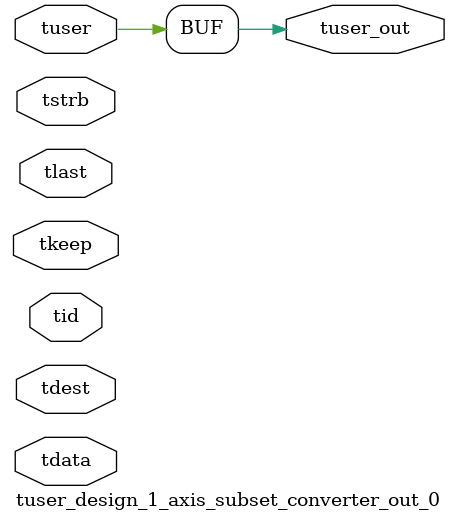
<source format=v>


`timescale 1ps/1ps

module tuser_design_1_axis_subset_converter_out_0 #
(
parameter C_S_AXIS_TUSER_WIDTH = 1,
parameter C_S_AXIS_TDATA_WIDTH = 32,
parameter C_S_AXIS_TID_WIDTH   = 0,
parameter C_S_AXIS_TDEST_WIDTH = 0,
parameter C_M_AXIS_TUSER_WIDTH = 1
)
(
input  [(C_S_AXIS_TUSER_WIDTH == 0 ? 1 : C_S_AXIS_TUSER_WIDTH)-1:0     ] tuser,
input  [(C_S_AXIS_TDATA_WIDTH == 0 ? 1 : C_S_AXIS_TDATA_WIDTH)-1:0     ] tdata,
input  [(C_S_AXIS_TID_WIDTH   == 0 ? 1 : C_S_AXIS_TID_WIDTH)-1:0       ] tid,
input  [(C_S_AXIS_TDEST_WIDTH == 0 ? 1 : C_S_AXIS_TDEST_WIDTH)-1:0     ] tdest,
input  [(C_S_AXIS_TDATA_WIDTH/8)-1:0 ] tkeep,
input  [(C_S_AXIS_TDATA_WIDTH/8)-1:0 ] tstrb,
input                                                                    tlast,
output [C_M_AXIS_TUSER_WIDTH-1:0] tuser_out
);

assign tuser_out = {tuser[0:0]};

endmodule


</source>
